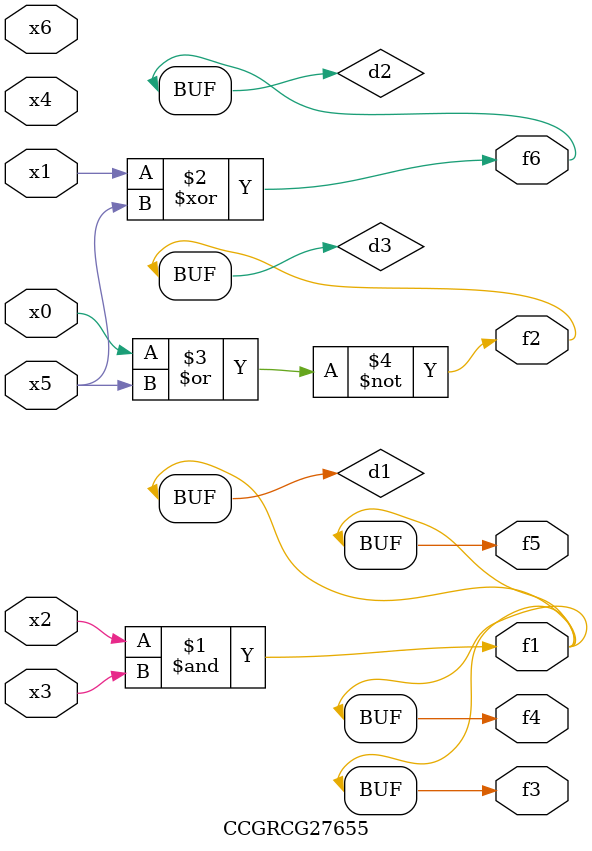
<source format=v>
module CCGRCG27655(
	input x0, x1, x2, x3, x4, x5, x6,
	output f1, f2, f3, f4, f5, f6
);

	wire d1, d2, d3;

	and (d1, x2, x3);
	xor (d2, x1, x5);
	nor (d3, x0, x5);
	assign f1 = d1;
	assign f2 = d3;
	assign f3 = d1;
	assign f4 = d1;
	assign f5 = d1;
	assign f6 = d2;
endmodule

</source>
